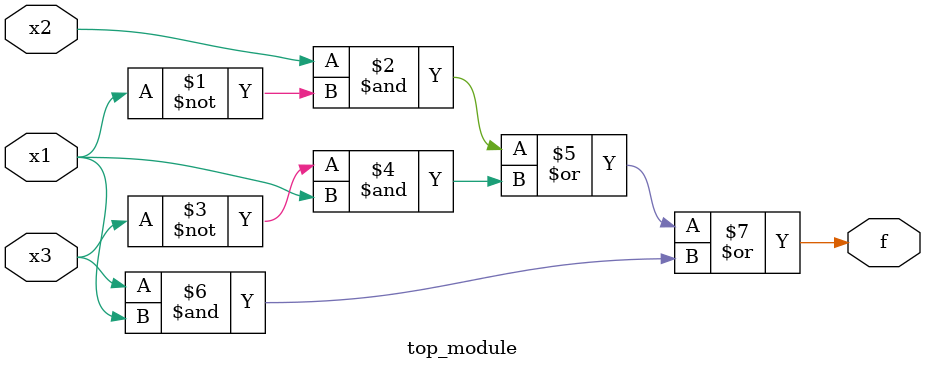
<source format=sv>
module top_module (
    input x3,
    input x2,
    input x1,
    output f
);

assign f = (x2 & ~x1) | (~x3 & x1) | (x3 & x1);

endmodule

</source>
